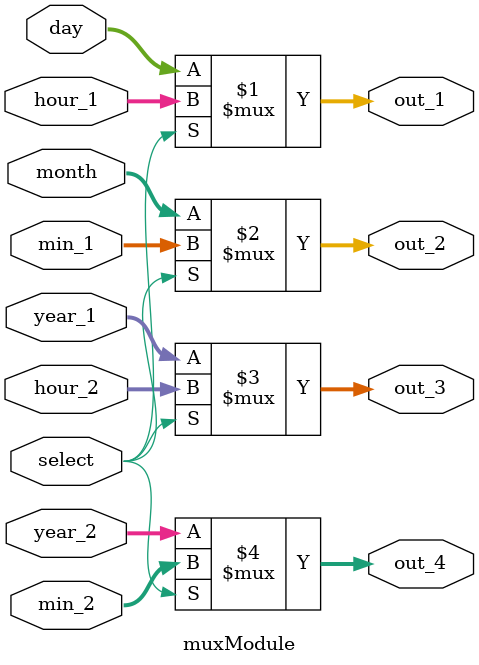
<source format=sv>
`default_nettype none
module muxModule(
    input logic select,
    input logic [6:0] hour_1,
    input logic [6:0] min_1,
    input logic [6:0] hour_2,
    input logic [6:0] min_2,
    input logic [6:0] day,
    input logic [6:0] month,
    input logic [6:0] year_1,
    input logic [6:0] year_2,
    output logic [6:0] out_1,
    output logic [6:0] out_2,
    output logic [6:0] out_3,
    output logic [6:0] out_4
);
assign out_1 = select ? hour_1 : day;
assign out_2 = select ? min_1 : month;
assign out_3 = select ? hour_2 : year_1;
assign out_4 = select ? min_2 : year_2;
endmodule
</source>
